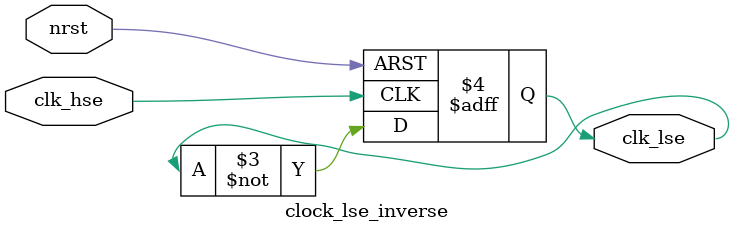
<source format=sv>
module clock_lse_inverse #(
    parameter INVERSE_PHASE=0
)(
    input clk_hse,
    input nrst,
    output logic clk_lse
);

always_ff @(negedge clk_hse or negedge nrst)
    if(~nrst) begin
        clk_lse <= INVERSE_PHASE;
    end else begin
        clk_lse <= ~clk_lse;
    end

endmodule

</source>
